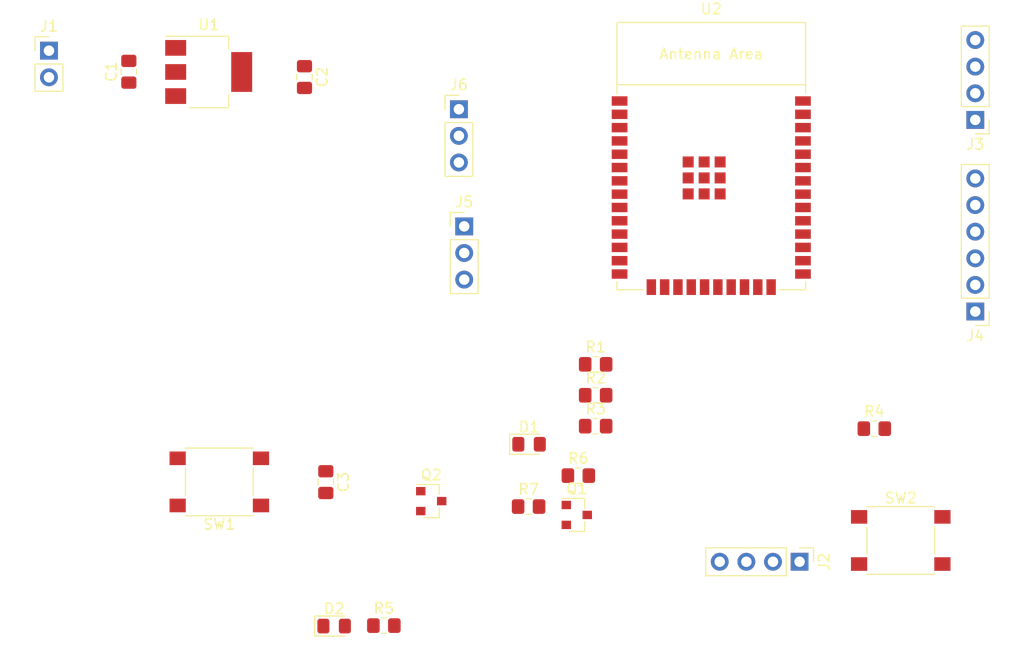
<source format=kicad_pcb>
(kicad_pcb (version 20171130) (host pcbnew 5.99.0+really5.1.12+dfsg1-1)

  (general
    (thickness 1.6)
    (drawings 0)
    (tracks 0)
    (zones 0)
    (modules 24)
    (nets 44)
  )

  (page A4)
  (layers
    (0 F.Cu signal)
    (31 B.Cu signal)
    (32 B.Adhes user)
    (33 F.Adhes user)
    (34 B.Paste user)
    (35 F.Paste user)
    (36 B.SilkS user)
    (37 F.SilkS user)
    (38 B.Mask user)
    (39 F.Mask user)
    (40 Dwgs.User user)
    (41 Cmts.User user)
    (42 Eco1.User user)
    (43 Eco2.User user)
    (44 Edge.Cuts user)
    (45 Margin user)
    (46 B.CrtYd user)
    (47 F.CrtYd user)
    (48 B.Fab user)
    (49 F.Fab user)
  )

  (setup
    (last_trace_width 0.25)
    (trace_clearance 0.2)
    (zone_clearance 0.508)
    (zone_45_only no)
    (trace_min 0.2)
    (via_size 0.8)
    (via_drill 0.4)
    (via_min_size 0.4)
    (via_min_drill 0.3)
    (uvia_size 0.3)
    (uvia_drill 0.1)
    (uvias_allowed no)
    (uvia_min_size 0.2)
    (uvia_min_drill 0.1)
    (edge_width 0.05)
    (segment_width 0.2)
    (pcb_text_width 0.3)
    (pcb_text_size 1.5 1.5)
    (mod_edge_width 0.12)
    (mod_text_size 1 1)
    (mod_text_width 0.15)
    (pad_size 1.524 1.524)
    (pad_drill 0.762)
    (pad_to_mask_clearance 0)
    (aux_axis_origin 0 0)
    (visible_elements FFFFFF7F)
    (pcbplotparams
      (layerselection 0x010fc_ffffffff)
      (usegerberextensions false)
      (usegerberattributes true)
      (usegerberadvancedattributes true)
      (creategerberjobfile true)
      (excludeedgelayer true)
      (linewidth 0.100000)
      (plotframeref false)
      (viasonmask false)
      (mode 1)
      (useauxorigin false)
      (hpglpennumber 1)
      (hpglpenspeed 20)
      (hpglpendiameter 15.000000)
      (psnegative false)
      (psa4output false)
      (plotreference true)
      (plotvalue true)
      (plotinvisibletext false)
      (padsonsilk false)
      (subtractmaskfromsilk false)
      (outputformat 1)
      (mirror false)
      (drillshape 1)
      (scaleselection 1)
      (outputdirectory ""))
  )

  (net 0 "")
  (net 1 /GND)
  (net 2 /Vbat)
  (net 3 /Vin)
  (net 4 /esp32/EN)
  (net 5 "Net-(C3-Pad2)")
  (net 6 "Net-(D1-Pad2)")
  (net 7 "Net-(D2-Pad2)")
  (net 8 /esp32/CLK_SENSOR)
  (net 9 /esp32/DATA_OUT_DTH22_SENSOR)
  (net 10 /esp32/TX)
  (net 11 /esp32/RX)
  (net 12 /esp32/CS)
  (net 13 /esp32/CLK)
  (net 14 /esp32/MOSI)
  (net 15 /esp32/MISO)
  (net 16 /esp32/GNRL_PURPOSE_2)
  (net 17 /esp32/GNRL_PURPOSE_1)
  (net 18 /esp32/READ_BATT_V)
  (net 19 "Net-(Q1-Pad3)")
  (net 20 "Net-(Q2-Pad3)")
  (net 21 /esp32/WIFI_CONNECTION)
  (net 22 /esp32/NO_WIFI_CONNECTION)
  (net 23 /esp32/BOOT)
  (net 24 /esp32/BATT_V)
  (net 25 "Net-(U2-Pad13)")
  (net 26 "Net-(U2-Pad9)")
  (net 27 "Net-(U2-Pad8)")
  (net 28 "Net-(U2-Pad5)")
  (net 29 "Net-(U2-Pad4)")
  (net 30 "Net-(U2-Pad16)")
  (net 31 "Net-(U2-Pad17)")
  (net 32 "Net-(U2-Pad18)")
  (net 33 "Net-(U2-Pad19)")
  (net 34 "Net-(U2-Pad20)")
  (net 35 "Net-(U2-Pad21)")
  (net 36 "Net-(U2-Pad22)")
  (net 37 "Net-(U2-Pad26)")
  (net 38 "Net-(U2-Pad28)")
  (net 39 "Net-(U2-Pad32)")
  (net 40 "Net-(U2-Pad33)")
  (net 41 "Net-(U2-Pad36)")
  (net 42 "Net-(U2-Pad39)")
  (net 43 "Net-(U2-Pad27)")

  (net_class Default "This is the default net class."
    (clearance 0.2)
    (trace_width 0.25)
    (via_dia 0.8)
    (via_drill 0.4)
    (uvia_dia 0.3)
    (uvia_drill 0.1)
    (add_net /GND)
    (add_net /Vbat)
    (add_net /Vin)
    (add_net /esp32/BATT_V)
    (add_net /esp32/BOOT)
    (add_net /esp32/CLK)
    (add_net /esp32/CLK_SENSOR)
    (add_net /esp32/CS)
    (add_net /esp32/DATA_OUT_DTH22_SENSOR)
    (add_net /esp32/EN)
    (add_net /esp32/GNRL_PURPOSE_1)
    (add_net /esp32/GNRL_PURPOSE_2)
    (add_net /esp32/MISO)
    (add_net /esp32/MOSI)
    (add_net /esp32/NO_WIFI_CONNECTION)
    (add_net /esp32/READ_BATT_V)
    (add_net /esp32/RX)
    (add_net /esp32/TX)
    (add_net /esp32/WIFI_CONNECTION)
    (add_net "Net-(C3-Pad2)")
    (add_net "Net-(D1-Pad2)")
    (add_net "Net-(D2-Pad2)")
    (add_net "Net-(Q1-Pad3)")
    (add_net "Net-(Q2-Pad3)")
    (add_net "Net-(U2-Pad13)")
    (add_net "Net-(U2-Pad16)")
    (add_net "Net-(U2-Pad17)")
    (add_net "Net-(U2-Pad18)")
    (add_net "Net-(U2-Pad19)")
    (add_net "Net-(U2-Pad20)")
    (add_net "Net-(U2-Pad21)")
    (add_net "Net-(U2-Pad22)")
    (add_net "Net-(U2-Pad26)")
    (add_net "Net-(U2-Pad27)")
    (add_net "Net-(U2-Pad28)")
    (add_net "Net-(U2-Pad32)")
    (add_net "Net-(U2-Pad33)")
    (add_net "Net-(U2-Pad36)")
    (add_net "Net-(U2-Pad39)")
    (add_net "Net-(U2-Pad4)")
    (add_net "Net-(U2-Pad5)")
    (add_net "Net-(U2-Pad8)")
    (add_net "Net-(U2-Pad9)")
  )

  (net_class info ""
    (clearance 0.3)
    (trace_width 0.6)
    (via_dia 0.7)
    (via_drill 0.5)
    (uvia_dia 0.3)
    (uvia_drill 0.1)
  )

  (net_class power ""
    (clearance 0.3)
    (trace_width 1)
    (via_dia 1.1)
    (via_drill 0.5)
    (uvia_dia 0.3)
    (uvia_drill 0.1)
  )

  (module Capacitor_SMD:C_0805_2012Metric_Pad1.18x1.45mm_HandSolder (layer F.Cu) (tedit 5F68FEEF) (tstamp 61EB143B)
    (at 64.516 110.2145 90)
    (descr "Capacitor SMD 0805 (2012 Metric), square (rectangular) end terminal, IPC_7351 nominal with elongated pad for handsoldering. (Body size source: IPC-SM-782 page 76, https://www.pcb-3d.com/wordpress/wp-content/uploads/ipc-sm-782a_amendment_1_and_2.pdf, https://docs.google.com/spreadsheets/d/1BsfQQcO9C6DZCsRaXUlFlo91Tg2WpOkGARC1WS5S8t0/edit?usp=sharing), generated with kicad-footprint-generator")
    (tags "capacitor handsolder")
    (path /61E8BCF6)
    (attr smd)
    (fp_text reference C1 (at 0 -1.68 90) (layer F.SilkS)
      (effects (font (size 1 1) (thickness 0.15)))
    )
    (fp_text value 1uF (at 0 1.68 90) (layer F.Fab)
      (effects (font (size 1 1) (thickness 0.15)))
    )
    (fp_line (start 1.88 0.98) (end -1.88 0.98) (layer F.CrtYd) (width 0.05))
    (fp_line (start 1.88 -0.98) (end 1.88 0.98) (layer F.CrtYd) (width 0.05))
    (fp_line (start -1.88 -0.98) (end 1.88 -0.98) (layer F.CrtYd) (width 0.05))
    (fp_line (start -1.88 0.98) (end -1.88 -0.98) (layer F.CrtYd) (width 0.05))
    (fp_line (start -0.261252 0.735) (end 0.261252 0.735) (layer F.SilkS) (width 0.12))
    (fp_line (start -0.261252 -0.735) (end 0.261252 -0.735) (layer F.SilkS) (width 0.12))
    (fp_line (start 1 0.625) (end -1 0.625) (layer F.Fab) (width 0.1))
    (fp_line (start 1 -0.625) (end 1 0.625) (layer F.Fab) (width 0.1))
    (fp_line (start -1 -0.625) (end 1 -0.625) (layer F.Fab) (width 0.1))
    (fp_line (start -1 0.625) (end -1 -0.625) (layer F.Fab) (width 0.1))
    (fp_text user %R (at 0 0 90) (layer F.Fab)
      (effects (font (size 0.5 0.5) (thickness 0.08)))
    )
    (pad 2 smd roundrect (at 1.0375 0 90) (size 1.175 1.45) (layers F.Cu F.Paste F.Mask) (roundrect_rratio 0.212766)
      (net 1 /GND))
    (pad 1 smd roundrect (at -1.0375 0 90) (size 1.175 1.45) (layers F.Cu F.Paste F.Mask) (roundrect_rratio 0.212766)
      (net 2 /Vbat))
    (model ${KISYS3DMOD}/Capacitor_SMD.3dshapes/C_0805_2012Metric.wrl
      (at (xyz 0 0 0))
      (scale (xyz 1 1 1))
      (rotate (xyz 0 0 0))
    )
  )

  (module Capacitor_SMD:C_0805_2012Metric_Pad1.18x1.45mm_HandSolder (layer F.Cu) (tedit 5F68FEEF) (tstamp 61EB144C)
    (at 81.28 110.7225 270)
    (descr "Capacitor SMD 0805 (2012 Metric), square (rectangular) end terminal, IPC_7351 nominal with elongated pad for handsoldering. (Body size source: IPC-SM-782 page 76, https://www.pcb-3d.com/wordpress/wp-content/uploads/ipc-sm-782a_amendment_1_and_2.pdf, https://docs.google.com/spreadsheets/d/1BsfQQcO9C6DZCsRaXUlFlo91Tg2WpOkGARC1WS5S8t0/edit?usp=sharing), generated with kicad-footprint-generator")
    (tags "capacitor handsolder")
    (path /61E8C7B9)
    (attr smd)
    (fp_text reference C2 (at 0 -1.68 90) (layer F.SilkS)
      (effects (font (size 1 1) (thickness 0.15)))
    )
    (fp_text value 4.7uF (at 0 1.68 90) (layer F.Fab)
      (effects (font (size 1 1) (thickness 0.15)))
    )
    (fp_line (start -1 0.625) (end -1 -0.625) (layer F.Fab) (width 0.1))
    (fp_line (start -1 -0.625) (end 1 -0.625) (layer F.Fab) (width 0.1))
    (fp_line (start 1 -0.625) (end 1 0.625) (layer F.Fab) (width 0.1))
    (fp_line (start 1 0.625) (end -1 0.625) (layer F.Fab) (width 0.1))
    (fp_line (start -0.261252 -0.735) (end 0.261252 -0.735) (layer F.SilkS) (width 0.12))
    (fp_line (start -0.261252 0.735) (end 0.261252 0.735) (layer F.SilkS) (width 0.12))
    (fp_line (start -1.88 0.98) (end -1.88 -0.98) (layer F.CrtYd) (width 0.05))
    (fp_line (start -1.88 -0.98) (end 1.88 -0.98) (layer F.CrtYd) (width 0.05))
    (fp_line (start 1.88 -0.98) (end 1.88 0.98) (layer F.CrtYd) (width 0.05))
    (fp_line (start 1.88 0.98) (end -1.88 0.98) (layer F.CrtYd) (width 0.05))
    (fp_text user %R (at 0 0 90) (layer F.Fab)
      (effects (font (size 0.5 0.5) (thickness 0.08)))
    )
    (pad 1 smd roundrect (at -1.0375 0 270) (size 1.175 1.45) (layers F.Cu F.Paste F.Mask) (roundrect_rratio 0.212766)
      (net 3 /Vin))
    (pad 2 smd roundrect (at 1.0375 0 270) (size 1.175 1.45) (layers F.Cu F.Paste F.Mask) (roundrect_rratio 0.212766)
      (net 1 /GND))
    (model ${KISYS3DMOD}/Capacitor_SMD.3dshapes/C_0805_2012Metric.wrl
      (at (xyz 0 0 0))
      (scale (xyz 1 1 1))
      (rotate (xyz 0 0 0))
    )
  )

  (module Capacitor_SMD:C_0805_2012Metric_Pad1.18x1.45mm_HandSolder (layer F.Cu) (tedit 5F68FEEF) (tstamp 61EA3718)
    (at 83.312 149.3735 270)
    (descr "Capacitor SMD 0805 (2012 Metric), square (rectangular) end terminal, IPC_7351 nominal with elongated pad for handsoldering. (Body size source: IPC-SM-782 page 76, https://www.pcb-3d.com/wordpress/wp-content/uploads/ipc-sm-782a_amendment_1_and_2.pdf, https://docs.google.com/spreadsheets/d/1BsfQQcO9C6DZCsRaXUlFlo91Tg2WpOkGARC1WS5S8t0/edit?usp=sharing), generated with kicad-footprint-generator")
    (tags "capacitor handsolder")
    (path /61E40B33/61E794DD)
    (attr smd)
    (fp_text reference C3 (at 0 -1.68 90) (layer F.SilkS)
      (effects (font (size 1 1) (thickness 0.15)))
    )
    (fp_text value 100nF (at 0 1.68 90) (layer F.Fab)
      (effects (font (size 1 1) (thickness 0.15)))
    )
    (fp_line (start -1 0.625) (end -1 -0.625) (layer F.Fab) (width 0.1))
    (fp_line (start -1 -0.625) (end 1 -0.625) (layer F.Fab) (width 0.1))
    (fp_line (start 1 -0.625) (end 1 0.625) (layer F.Fab) (width 0.1))
    (fp_line (start 1 0.625) (end -1 0.625) (layer F.Fab) (width 0.1))
    (fp_line (start -0.261252 -0.735) (end 0.261252 -0.735) (layer F.SilkS) (width 0.12))
    (fp_line (start -0.261252 0.735) (end 0.261252 0.735) (layer F.SilkS) (width 0.12))
    (fp_line (start -1.88 0.98) (end -1.88 -0.98) (layer F.CrtYd) (width 0.05))
    (fp_line (start -1.88 -0.98) (end 1.88 -0.98) (layer F.CrtYd) (width 0.05))
    (fp_line (start 1.88 -0.98) (end 1.88 0.98) (layer F.CrtYd) (width 0.05))
    (fp_line (start 1.88 0.98) (end -1.88 0.98) (layer F.CrtYd) (width 0.05))
    (fp_text user %R (at 0 0 90) (layer F.Fab)
      (effects (font (size 0.5 0.5) (thickness 0.08)))
    )
    (pad 1 smd roundrect (at -1.0375 0 270) (size 1.175 1.45) (layers F.Cu F.Paste F.Mask) (roundrect_rratio 0.212766)
      (net 4 /esp32/EN))
    (pad 2 smd roundrect (at 1.0375 0 270) (size 1.175 1.45) (layers F.Cu F.Paste F.Mask) (roundrect_rratio 0.212766)
      (net 5 "Net-(C3-Pad2)"))
    (model ${KISYS3DMOD}/Capacitor_SMD.3dshapes/C_0805_2012Metric.wrl
      (at (xyz 0 0 0))
      (scale (xyz 1 1 1))
      (rotate (xyz 0 0 0))
    )
  )

  (module LED_SMD:LED_0805_2012Metric_Pad1.15x1.40mm_HandSolder (layer F.Cu) (tedit 5F68FEF1) (tstamp 61EB1470)
    (at 102.708001 145.760001)
    (descr "LED SMD 0805 (2012 Metric), square (rectangular) end terminal, IPC_7351 nominal, (Body size source: https://docs.google.com/spreadsheets/d/1BsfQQcO9C6DZCsRaXUlFlo91Tg2WpOkGARC1WS5S8t0/edit?usp=sharing), generated with kicad-footprint-generator")
    (tags "LED handsolder")
    (path /61E40B33/61E794B5)
    (attr smd)
    (fp_text reference D1 (at 0 -1.65) (layer F.SilkS)
      (effects (font (size 1 1) (thickness 0.15)))
    )
    (fp_text value LED (at 0 1.65) (layer F.Fab)
      (effects (font (size 1 1) (thickness 0.15)))
    )
    (fp_line (start 1.85 0.95) (end -1.85 0.95) (layer F.CrtYd) (width 0.05))
    (fp_line (start 1.85 -0.95) (end 1.85 0.95) (layer F.CrtYd) (width 0.05))
    (fp_line (start -1.85 -0.95) (end 1.85 -0.95) (layer F.CrtYd) (width 0.05))
    (fp_line (start -1.85 0.95) (end -1.85 -0.95) (layer F.CrtYd) (width 0.05))
    (fp_line (start -1.86 0.96) (end 1 0.96) (layer F.SilkS) (width 0.12))
    (fp_line (start -1.86 -0.96) (end -1.86 0.96) (layer F.SilkS) (width 0.12))
    (fp_line (start 1 -0.96) (end -1.86 -0.96) (layer F.SilkS) (width 0.12))
    (fp_line (start 1 0.6) (end 1 -0.6) (layer F.Fab) (width 0.1))
    (fp_line (start -1 0.6) (end 1 0.6) (layer F.Fab) (width 0.1))
    (fp_line (start -1 -0.3) (end -1 0.6) (layer F.Fab) (width 0.1))
    (fp_line (start -0.7 -0.6) (end -1 -0.3) (layer F.Fab) (width 0.1))
    (fp_line (start 1 -0.6) (end -0.7 -0.6) (layer F.Fab) (width 0.1))
    (fp_text user %R (at 0 0) (layer F.Fab)
      (effects (font (size 0.5 0.5) (thickness 0.08)))
    )
    (pad 2 smd roundrect (at 1.025 0) (size 1.15 1.4) (layers F.Cu F.Paste F.Mask) (roundrect_rratio 0.217391)
      (net 6 "Net-(D1-Pad2)"))
    (pad 1 smd roundrect (at -1.025 0) (size 1.15 1.4) (layers F.Cu F.Paste F.Mask) (roundrect_rratio 0.217391)
      (net 1 /GND))
    (model ${KISYS3DMOD}/LED_SMD.3dshapes/LED_0805_2012Metric.wrl
      (at (xyz 0 0 0))
      (scale (xyz 1 1 1))
      (rotate (xyz 0 0 0))
    )
  )

  (module LED_SMD:LED_0805_2012Metric_Pad1.15x1.40mm_HandSolder (layer F.Cu) (tedit 5F68FEF1) (tstamp 61EB1483)
    (at 84.108001 163.110001)
    (descr "LED SMD 0805 (2012 Metric), square (rectangular) end terminal, IPC_7351 nominal, (Body size source: https://docs.google.com/spreadsheets/d/1BsfQQcO9C6DZCsRaXUlFlo91Tg2WpOkGARC1WS5S8t0/edit?usp=sharing), generated with kicad-footprint-generator")
    (tags "LED handsolder")
    (path /61E40B33/61E794AF)
    (attr smd)
    (fp_text reference D2 (at 0 -1.65) (layer F.SilkS)
      (effects (font (size 1 1) (thickness 0.15)))
    )
    (fp_text value LED (at 0 1.65) (layer F.Fab)
      (effects (font (size 1 1) (thickness 0.15)))
    )
    (fp_line (start 1 -0.6) (end -0.7 -0.6) (layer F.Fab) (width 0.1))
    (fp_line (start -0.7 -0.6) (end -1 -0.3) (layer F.Fab) (width 0.1))
    (fp_line (start -1 -0.3) (end -1 0.6) (layer F.Fab) (width 0.1))
    (fp_line (start -1 0.6) (end 1 0.6) (layer F.Fab) (width 0.1))
    (fp_line (start 1 0.6) (end 1 -0.6) (layer F.Fab) (width 0.1))
    (fp_line (start 1 -0.96) (end -1.86 -0.96) (layer F.SilkS) (width 0.12))
    (fp_line (start -1.86 -0.96) (end -1.86 0.96) (layer F.SilkS) (width 0.12))
    (fp_line (start -1.86 0.96) (end 1 0.96) (layer F.SilkS) (width 0.12))
    (fp_line (start -1.85 0.95) (end -1.85 -0.95) (layer F.CrtYd) (width 0.05))
    (fp_line (start -1.85 -0.95) (end 1.85 -0.95) (layer F.CrtYd) (width 0.05))
    (fp_line (start 1.85 -0.95) (end 1.85 0.95) (layer F.CrtYd) (width 0.05))
    (fp_line (start 1.85 0.95) (end -1.85 0.95) (layer F.CrtYd) (width 0.05))
    (fp_text user %R (at 0 0) (layer F.Fab)
      (effects (font (size 0.5 0.5) (thickness 0.08)))
    )
    (pad 1 smd roundrect (at -1.025 0) (size 1.15 1.4) (layers F.Cu F.Paste F.Mask) (roundrect_rratio 0.217391)
      (net 1 /GND))
    (pad 2 smd roundrect (at 1.025 0) (size 1.15 1.4) (layers F.Cu F.Paste F.Mask) (roundrect_rratio 0.217391)
      (net 7 "Net-(D2-Pad2)"))
    (model ${KISYS3DMOD}/LED_SMD.3dshapes/LED_0805_2012Metric.wrl
      (at (xyz 0 0 0))
      (scale (xyz 1 1 1))
      (rotate (xyz 0 0 0))
    )
  )

  (module Connector_PinHeader_2.54mm:PinHeader_1x02_P2.54mm_Vertical (layer F.Cu) (tedit 59FED5CC) (tstamp 61EB1499)
    (at 56.896 108.204)
    (descr "Through hole straight pin header, 1x02, 2.54mm pitch, single row")
    (tags "Through hole pin header THT 1x02 2.54mm single row")
    (path /61E97A8A)
    (fp_text reference J1 (at 0 -2.33) (layer F.SilkS)
      (effects (font (size 1 1) (thickness 0.15)))
    )
    (fp_text value Conn_01x02 (at 0 4.87) (layer F.Fab)
      (effects (font (size 1 1) (thickness 0.15)))
    )
    (fp_line (start -0.635 -1.27) (end 1.27 -1.27) (layer F.Fab) (width 0.1))
    (fp_line (start 1.27 -1.27) (end 1.27 3.81) (layer F.Fab) (width 0.1))
    (fp_line (start 1.27 3.81) (end -1.27 3.81) (layer F.Fab) (width 0.1))
    (fp_line (start -1.27 3.81) (end -1.27 -0.635) (layer F.Fab) (width 0.1))
    (fp_line (start -1.27 -0.635) (end -0.635 -1.27) (layer F.Fab) (width 0.1))
    (fp_line (start -1.33 3.87) (end 1.33 3.87) (layer F.SilkS) (width 0.12))
    (fp_line (start -1.33 1.27) (end -1.33 3.87) (layer F.SilkS) (width 0.12))
    (fp_line (start 1.33 1.27) (end 1.33 3.87) (layer F.SilkS) (width 0.12))
    (fp_line (start -1.33 1.27) (end 1.33 1.27) (layer F.SilkS) (width 0.12))
    (fp_line (start -1.33 0) (end -1.33 -1.33) (layer F.SilkS) (width 0.12))
    (fp_line (start -1.33 -1.33) (end 0 -1.33) (layer F.SilkS) (width 0.12))
    (fp_line (start -1.8 -1.8) (end -1.8 4.35) (layer F.CrtYd) (width 0.05))
    (fp_line (start -1.8 4.35) (end 1.8 4.35) (layer F.CrtYd) (width 0.05))
    (fp_line (start 1.8 4.35) (end 1.8 -1.8) (layer F.CrtYd) (width 0.05))
    (fp_line (start 1.8 -1.8) (end -1.8 -1.8) (layer F.CrtYd) (width 0.05))
    (fp_text user %R (at 0 1.27 90) (layer F.Fab)
      (effects (font (size 1 1) (thickness 0.15)))
    )
    (pad 1 thru_hole rect (at 0 0) (size 1.7 1.7) (drill 1) (layers *.Cu *.Mask)
      (net 1 /GND))
    (pad 2 thru_hole oval (at 0 2.54) (size 1.7 1.7) (drill 1) (layers *.Cu *.Mask)
      (net 2 /Vbat))
    (model ${KISYS3DMOD}/Connector_PinHeader_2.54mm.3dshapes/PinHeader_1x02_P2.54mm_Vertical.wrl
      (at (xyz 0 0 0))
      (scale (xyz 1 1 1))
      (rotate (xyz 0 0 0))
    )
  )

  (module Connector_PinHeader_2.54mm:PinHeader_1x04_P2.54mm_Vertical (layer F.Cu) (tedit 59FED5CC) (tstamp 61EB14B1)
    (at 128.524 156.972 270)
    (descr "Through hole straight pin header, 1x04, 2.54mm pitch, single row")
    (tags "Through hole pin header THT 1x04 2.54mm single row")
    (path /61E40B33/61E7E1EF)
    (fp_text reference J2 (at 0 -2.33 90) (layer F.SilkS)
      (effects (font (size 1 1) (thickness 0.15)))
    )
    (fp_text value Conn_01x03 (at 0 9.95 90) (layer F.Fab)
      (effects (font (size 1 1) (thickness 0.15)))
    )
    (fp_line (start 1.8 -1.8) (end -1.8 -1.8) (layer F.CrtYd) (width 0.05))
    (fp_line (start 1.8 9.4) (end 1.8 -1.8) (layer F.CrtYd) (width 0.05))
    (fp_line (start -1.8 9.4) (end 1.8 9.4) (layer F.CrtYd) (width 0.05))
    (fp_line (start -1.8 -1.8) (end -1.8 9.4) (layer F.CrtYd) (width 0.05))
    (fp_line (start -1.33 -1.33) (end 0 -1.33) (layer F.SilkS) (width 0.12))
    (fp_line (start -1.33 0) (end -1.33 -1.33) (layer F.SilkS) (width 0.12))
    (fp_line (start -1.33 1.27) (end 1.33 1.27) (layer F.SilkS) (width 0.12))
    (fp_line (start 1.33 1.27) (end 1.33 8.95) (layer F.SilkS) (width 0.12))
    (fp_line (start -1.33 1.27) (end -1.33 8.95) (layer F.SilkS) (width 0.12))
    (fp_line (start -1.33 8.95) (end 1.33 8.95) (layer F.SilkS) (width 0.12))
    (fp_line (start -1.27 -0.635) (end -0.635 -1.27) (layer F.Fab) (width 0.1))
    (fp_line (start -1.27 8.89) (end -1.27 -0.635) (layer F.Fab) (width 0.1))
    (fp_line (start 1.27 8.89) (end -1.27 8.89) (layer F.Fab) (width 0.1))
    (fp_line (start 1.27 -1.27) (end 1.27 8.89) (layer F.Fab) (width 0.1))
    (fp_line (start -0.635 -1.27) (end 1.27 -1.27) (layer F.Fab) (width 0.1))
    (fp_text user %R (at 0 3.81) (layer F.Fab)
      (effects (font (size 1 1) (thickness 0.15)))
    )
    (pad 4 thru_hole oval (at 0 7.62 270) (size 1.7 1.7) (drill 1) (layers *.Cu *.Mask)
      (net 1 /GND))
    (pad 3 thru_hole oval (at 0 5.08 270) (size 1.7 1.7) (drill 1) (layers *.Cu *.Mask)
      (net 8 /esp32/CLK_SENSOR))
    (pad 2 thru_hole oval (at 0 2.54 270) (size 1.7 1.7) (drill 1) (layers *.Cu *.Mask)
      (net 9 /esp32/DATA_OUT_DTH22_SENSOR))
    (pad 1 thru_hole rect (at 0 0 270) (size 1.7 1.7) (drill 1) (layers *.Cu *.Mask)
      (net 3 /Vin))
    (model ${KISYS3DMOD}/Connector_PinHeader_2.54mm.3dshapes/PinHeader_1x04_P2.54mm_Vertical.wrl
      (at (xyz 0 0 0))
      (scale (xyz 1 1 1))
      (rotate (xyz 0 0 0))
    )
  )

  (module Connector_PinHeader_2.54mm:PinHeader_1x04_P2.54mm_Vertical (layer F.Cu) (tedit 59FED5CC) (tstamp 61EB14C9)
    (at 145.288 114.808 180)
    (descr "Through hole straight pin header, 1x04, 2.54mm pitch, single row")
    (tags "Through hole pin header THT 1x04 2.54mm single row")
    (path /61E40B33/61E7E219)
    (fp_text reference J3 (at 0 -2.33) (layer F.SilkS)
      (effects (font (size 1 1) (thickness 0.15)))
    )
    (fp_text value Conn_01x04 (at 0 9.95) (layer F.Fab)
      (effects (font (size 1 1) (thickness 0.15)))
    )
    (fp_line (start -0.635 -1.27) (end 1.27 -1.27) (layer F.Fab) (width 0.1))
    (fp_line (start 1.27 -1.27) (end 1.27 8.89) (layer F.Fab) (width 0.1))
    (fp_line (start 1.27 8.89) (end -1.27 8.89) (layer F.Fab) (width 0.1))
    (fp_line (start -1.27 8.89) (end -1.27 -0.635) (layer F.Fab) (width 0.1))
    (fp_line (start -1.27 -0.635) (end -0.635 -1.27) (layer F.Fab) (width 0.1))
    (fp_line (start -1.33 8.95) (end 1.33 8.95) (layer F.SilkS) (width 0.12))
    (fp_line (start -1.33 1.27) (end -1.33 8.95) (layer F.SilkS) (width 0.12))
    (fp_line (start 1.33 1.27) (end 1.33 8.95) (layer F.SilkS) (width 0.12))
    (fp_line (start -1.33 1.27) (end 1.33 1.27) (layer F.SilkS) (width 0.12))
    (fp_line (start -1.33 0) (end -1.33 -1.33) (layer F.SilkS) (width 0.12))
    (fp_line (start -1.33 -1.33) (end 0 -1.33) (layer F.SilkS) (width 0.12))
    (fp_line (start -1.8 -1.8) (end -1.8 9.4) (layer F.CrtYd) (width 0.05))
    (fp_line (start -1.8 9.4) (end 1.8 9.4) (layer F.CrtYd) (width 0.05))
    (fp_line (start 1.8 9.4) (end 1.8 -1.8) (layer F.CrtYd) (width 0.05))
    (fp_line (start 1.8 -1.8) (end -1.8 -1.8) (layer F.CrtYd) (width 0.05))
    (fp_text user %R (at 0 3.81 90) (layer F.Fab)
      (effects (font (size 1 1) (thickness 0.15)))
    )
    (pad 1 thru_hole rect (at 0 0 180) (size 1.7 1.7) (drill 1) (layers *.Cu *.Mask)
      (net 3 /Vin))
    (pad 2 thru_hole oval (at 0 2.54 180) (size 1.7 1.7) (drill 1) (layers *.Cu *.Mask)
      (net 10 /esp32/TX))
    (pad 3 thru_hole oval (at 0 5.08 180) (size 1.7 1.7) (drill 1) (layers *.Cu *.Mask)
      (net 11 /esp32/RX))
    (pad 4 thru_hole oval (at 0 7.62 180) (size 1.7 1.7) (drill 1) (layers *.Cu *.Mask)
      (net 1 /GND))
    (model ${KISYS3DMOD}/Connector_PinHeader_2.54mm.3dshapes/PinHeader_1x04_P2.54mm_Vertical.wrl
      (at (xyz 0 0 0))
      (scale (xyz 1 1 1))
      (rotate (xyz 0 0 0))
    )
  )

  (module Connector_PinHeader_2.54mm:PinHeader_1x06_P2.54mm_Vertical (layer F.Cu) (tedit 59FED5CC) (tstamp 61EA35EE)
    (at 145.288 133.096 180)
    (descr "Through hole straight pin header, 1x06, 2.54mm pitch, single row")
    (tags "Through hole pin header THT 1x06 2.54mm single row")
    (path /61E40B33/61E7E206)
    (fp_text reference J4 (at 0 -2.33) (layer F.SilkS)
      (effects (font (size 1 1) (thickness 0.15)))
    )
    (fp_text value Conn_01x06 (at 0 15.03) (layer F.Fab)
      (effects (font (size 1 1) (thickness 0.15)))
    )
    (fp_line (start -0.635 -1.27) (end 1.27 -1.27) (layer F.Fab) (width 0.1))
    (fp_line (start 1.27 -1.27) (end 1.27 13.97) (layer F.Fab) (width 0.1))
    (fp_line (start 1.27 13.97) (end -1.27 13.97) (layer F.Fab) (width 0.1))
    (fp_line (start -1.27 13.97) (end -1.27 -0.635) (layer F.Fab) (width 0.1))
    (fp_line (start -1.27 -0.635) (end -0.635 -1.27) (layer F.Fab) (width 0.1))
    (fp_line (start -1.33 14.03) (end 1.33 14.03) (layer F.SilkS) (width 0.12))
    (fp_line (start -1.33 1.27) (end -1.33 14.03) (layer F.SilkS) (width 0.12))
    (fp_line (start 1.33 1.27) (end 1.33 14.03) (layer F.SilkS) (width 0.12))
    (fp_line (start -1.33 1.27) (end 1.33 1.27) (layer F.SilkS) (width 0.12))
    (fp_line (start -1.33 0) (end -1.33 -1.33) (layer F.SilkS) (width 0.12))
    (fp_line (start -1.33 -1.33) (end 0 -1.33) (layer F.SilkS) (width 0.12))
    (fp_line (start -1.8 -1.8) (end -1.8 14.5) (layer F.CrtYd) (width 0.05))
    (fp_line (start -1.8 14.5) (end 1.8 14.5) (layer F.CrtYd) (width 0.05))
    (fp_line (start 1.8 14.5) (end 1.8 -1.8) (layer F.CrtYd) (width 0.05))
    (fp_line (start 1.8 -1.8) (end -1.8 -1.8) (layer F.CrtYd) (width 0.05))
    (fp_text user %R (at 0 6.35 90) (layer F.Fab)
      (effects (font (size 1 1) (thickness 0.15)))
    )
    (pad 1 thru_hole rect (at 0 0 180) (size 1.7 1.7) (drill 1) (layers *.Cu *.Mask)
      (net 12 /esp32/CS))
    (pad 2 thru_hole oval (at 0 2.54 180) (size 1.7 1.7) (drill 1) (layers *.Cu *.Mask)
      (net 13 /esp32/CLK))
    (pad 3 thru_hole oval (at 0 5.08 180) (size 1.7 1.7) (drill 1) (layers *.Cu *.Mask)
      (net 14 /esp32/MOSI))
    (pad 4 thru_hole oval (at 0 7.62 180) (size 1.7 1.7) (drill 1) (layers *.Cu *.Mask)
      (net 15 /esp32/MISO))
    (pad 5 thru_hole oval (at 0 10.16 180) (size 1.7 1.7) (drill 1) (layers *.Cu *.Mask)
      (net 3 /Vin))
    (pad 6 thru_hole oval (at 0 12.7 180) (size 1.7 1.7) (drill 1) (layers *.Cu *.Mask)
      (net 1 /GND))
    (model ${KISYS3DMOD}/Connector_PinHeader_2.54mm.3dshapes/PinHeader_1x06_P2.54mm_Vertical.wrl
      (at (xyz 0 0 0))
      (scale (xyz 1 1 1))
      (rotate (xyz 0 0 0))
    )
  )

  (module Connector_PinHeader_2.54mm:PinHeader_1x03_P2.54mm_Vertical (layer F.Cu) (tedit 59FED5CC) (tstamp 61EB14FA)
    (at 96.52 124.968)
    (descr "Through hole straight pin header, 1x03, 2.54mm pitch, single row")
    (tags "Through hole pin header THT 1x03 2.54mm single row")
    (path /61E40B33/61F01DCC)
    (fp_text reference J5 (at 0 -2.33) (layer F.SilkS)
      (effects (font (size 1 1) (thickness 0.15)))
    )
    (fp_text value Conn_01x03 (at 0 7.41) (layer F.Fab)
      (effects (font (size 1 1) (thickness 0.15)))
    )
    (fp_line (start 1.8 -1.8) (end -1.8 -1.8) (layer F.CrtYd) (width 0.05))
    (fp_line (start 1.8 6.85) (end 1.8 -1.8) (layer F.CrtYd) (width 0.05))
    (fp_line (start -1.8 6.85) (end 1.8 6.85) (layer F.CrtYd) (width 0.05))
    (fp_line (start -1.8 -1.8) (end -1.8 6.85) (layer F.CrtYd) (width 0.05))
    (fp_line (start -1.33 -1.33) (end 0 -1.33) (layer F.SilkS) (width 0.12))
    (fp_line (start -1.33 0) (end -1.33 -1.33) (layer F.SilkS) (width 0.12))
    (fp_line (start -1.33 1.27) (end 1.33 1.27) (layer F.SilkS) (width 0.12))
    (fp_line (start 1.33 1.27) (end 1.33 6.41) (layer F.SilkS) (width 0.12))
    (fp_line (start -1.33 1.27) (end -1.33 6.41) (layer F.SilkS) (width 0.12))
    (fp_line (start -1.33 6.41) (end 1.33 6.41) (layer F.SilkS) (width 0.12))
    (fp_line (start -1.27 -0.635) (end -0.635 -1.27) (layer F.Fab) (width 0.1))
    (fp_line (start -1.27 6.35) (end -1.27 -0.635) (layer F.Fab) (width 0.1))
    (fp_line (start 1.27 6.35) (end -1.27 6.35) (layer F.Fab) (width 0.1))
    (fp_line (start 1.27 -1.27) (end 1.27 6.35) (layer F.Fab) (width 0.1))
    (fp_line (start -0.635 -1.27) (end 1.27 -1.27) (layer F.Fab) (width 0.1))
    (fp_text user %R (at 0 2.54 90) (layer F.Fab)
      (effects (font (size 1 1) (thickness 0.15)))
    )
    (pad 3 thru_hole oval (at 0 5.08) (size 1.7 1.7) (drill 1) (layers *.Cu *.Mask)
      (net 1 /GND))
    (pad 2 thru_hole oval (at 0 2.54) (size 1.7 1.7) (drill 1) (layers *.Cu *.Mask)
      (net 16 /esp32/GNRL_PURPOSE_2))
    (pad 1 thru_hole rect (at 0 0) (size 1.7 1.7) (drill 1) (layers *.Cu *.Mask)
      (net 3 /Vin))
    (model ${KISYS3DMOD}/Connector_PinHeader_2.54mm.3dshapes/PinHeader_1x03_P2.54mm_Vertical.wrl
      (at (xyz 0 0 0))
      (scale (xyz 1 1 1))
      (rotate (xyz 0 0 0))
    )
  )

  (module Connector_PinHeader_2.54mm:PinHeader_1x03_P2.54mm_Vertical (layer F.Cu) (tedit 59FED5CC) (tstamp 61EB1511)
    (at 96.012 113.792)
    (descr "Through hole straight pin header, 1x03, 2.54mm pitch, single row")
    (tags "Through hole pin header THT 1x03 2.54mm single row")
    (path /61E40B33/61EFF9BF)
    (fp_text reference J6 (at 0 -2.33) (layer F.SilkS)
      (effects (font (size 1 1) (thickness 0.15)))
    )
    (fp_text value Conn_01x03 (at 0 7.41) (layer F.Fab)
      (effects (font (size 1 1) (thickness 0.15)))
    )
    (fp_line (start -0.635 -1.27) (end 1.27 -1.27) (layer F.Fab) (width 0.1))
    (fp_line (start 1.27 -1.27) (end 1.27 6.35) (layer F.Fab) (width 0.1))
    (fp_line (start 1.27 6.35) (end -1.27 6.35) (layer F.Fab) (width 0.1))
    (fp_line (start -1.27 6.35) (end -1.27 -0.635) (layer F.Fab) (width 0.1))
    (fp_line (start -1.27 -0.635) (end -0.635 -1.27) (layer F.Fab) (width 0.1))
    (fp_line (start -1.33 6.41) (end 1.33 6.41) (layer F.SilkS) (width 0.12))
    (fp_line (start -1.33 1.27) (end -1.33 6.41) (layer F.SilkS) (width 0.12))
    (fp_line (start 1.33 1.27) (end 1.33 6.41) (layer F.SilkS) (width 0.12))
    (fp_line (start -1.33 1.27) (end 1.33 1.27) (layer F.SilkS) (width 0.12))
    (fp_line (start -1.33 0) (end -1.33 -1.33) (layer F.SilkS) (width 0.12))
    (fp_line (start -1.33 -1.33) (end 0 -1.33) (layer F.SilkS) (width 0.12))
    (fp_line (start -1.8 -1.8) (end -1.8 6.85) (layer F.CrtYd) (width 0.05))
    (fp_line (start -1.8 6.85) (end 1.8 6.85) (layer F.CrtYd) (width 0.05))
    (fp_line (start 1.8 6.85) (end 1.8 -1.8) (layer F.CrtYd) (width 0.05))
    (fp_line (start 1.8 -1.8) (end -1.8 -1.8) (layer F.CrtYd) (width 0.05))
    (fp_text user %R (at 0 2.54 90) (layer F.Fab)
      (effects (font (size 1 1) (thickness 0.15)))
    )
    (pad 1 thru_hole rect (at 0 0) (size 1.7 1.7) (drill 1) (layers *.Cu *.Mask)
      (net 3 /Vin))
    (pad 2 thru_hole oval (at 0 2.54) (size 1.7 1.7) (drill 1) (layers *.Cu *.Mask)
      (net 17 /esp32/GNRL_PURPOSE_1))
    (pad 3 thru_hole oval (at 0 5.08) (size 1.7 1.7) (drill 1) (layers *.Cu *.Mask)
      (net 1 /GND))
    (model ${KISYS3DMOD}/Connector_PinHeader_2.54mm.3dshapes/PinHeader_1x03_P2.54mm_Vertical.wrl
      (at (xyz 0 0 0))
      (scale (xyz 1 1 1))
      (rotate (xyz 0 0 0))
    )
  )

  (module Package_TO_SOT_SMD:SOT-23 (layer F.Cu) (tedit 5A02FF57) (tstamp 61EB1526)
    (at 107.263001 152.505001)
    (descr "SOT-23, Standard")
    (tags SOT-23)
    (path /61E40B33/61EA4A0C)
    (attr smd)
    (fp_text reference Q1 (at 0 -2.5) (layer F.SilkS)
      (effects (font (size 1 1) (thickness 0.15)))
    )
    (fp_text value BSS138 (at 0 2.5) (layer F.Fab)
      (effects (font (size 1 1) (thickness 0.15)))
    )
    (fp_line (start -0.7 -0.95) (end -0.7 1.5) (layer F.Fab) (width 0.1))
    (fp_line (start -0.15 -1.52) (end 0.7 -1.52) (layer F.Fab) (width 0.1))
    (fp_line (start -0.7 -0.95) (end -0.15 -1.52) (layer F.Fab) (width 0.1))
    (fp_line (start 0.7 -1.52) (end 0.7 1.52) (layer F.Fab) (width 0.1))
    (fp_line (start -0.7 1.52) (end 0.7 1.52) (layer F.Fab) (width 0.1))
    (fp_line (start 0.76 1.58) (end 0.76 0.65) (layer F.SilkS) (width 0.12))
    (fp_line (start 0.76 -1.58) (end 0.76 -0.65) (layer F.SilkS) (width 0.12))
    (fp_line (start -1.7 -1.75) (end 1.7 -1.75) (layer F.CrtYd) (width 0.05))
    (fp_line (start 1.7 -1.75) (end 1.7 1.75) (layer F.CrtYd) (width 0.05))
    (fp_line (start 1.7 1.75) (end -1.7 1.75) (layer F.CrtYd) (width 0.05))
    (fp_line (start -1.7 1.75) (end -1.7 -1.75) (layer F.CrtYd) (width 0.05))
    (fp_line (start 0.76 -1.58) (end -1.4 -1.58) (layer F.SilkS) (width 0.12))
    (fp_line (start 0.76 1.58) (end -0.7 1.58) (layer F.SilkS) (width 0.12))
    (fp_text user %R (at 0 0 90) (layer F.Fab)
      (effects (font (size 0.5 0.5) (thickness 0.075)))
    )
    (pad 1 smd rect (at -1 -0.95) (size 0.9 0.8) (layers F.Cu F.Paste F.Mask)
      (net 18 /esp32/READ_BATT_V))
    (pad 2 smd rect (at -1 0.95) (size 0.9 0.8) (layers F.Cu F.Paste F.Mask)
      (net 1 /GND))
    (pad 3 smd rect (at 1 0) (size 0.9 0.8) (layers F.Cu F.Paste F.Mask)
      (net 19 "Net-(Q1-Pad3)"))
    (model ${KISYS3DMOD}/Package_TO_SOT_SMD.3dshapes/SOT-23.wrl
      (at (xyz 0 0 0))
      (scale (xyz 1 1 1))
      (rotate (xyz 0 0 0))
    )
  )

  (module Package_TO_SOT_SMD:SOT-23 (layer F.Cu) (tedit 5A02FF57) (tstamp 61EB153B)
    (at 93.373001 151.185001)
    (descr "SOT-23, Standard")
    (tags SOT-23)
    (path /61E40B33/61EAA0D0)
    (attr smd)
    (fp_text reference Q2 (at 0 -2.5) (layer F.SilkS)
      (effects (font (size 1 1) (thickness 0.15)))
    )
    (fp_text value BSS84 (at 0 2.5) (layer F.Fab)
      (effects (font (size 1 1) (thickness 0.15)))
    )
    (fp_line (start 0.76 1.58) (end -0.7 1.58) (layer F.SilkS) (width 0.12))
    (fp_line (start 0.76 -1.58) (end -1.4 -1.58) (layer F.SilkS) (width 0.12))
    (fp_line (start -1.7 1.75) (end -1.7 -1.75) (layer F.CrtYd) (width 0.05))
    (fp_line (start 1.7 1.75) (end -1.7 1.75) (layer F.CrtYd) (width 0.05))
    (fp_line (start 1.7 -1.75) (end 1.7 1.75) (layer F.CrtYd) (width 0.05))
    (fp_line (start -1.7 -1.75) (end 1.7 -1.75) (layer F.CrtYd) (width 0.05))
    (fp_line (start 0.76 -1.58) (end 0.76 -0.65) (layer F.SilkS) (width 0.12))
    (fp_line (start 0.76 1.58) (end 0.76 0.65) (layer F.SilkS) (width 0.12))
    (fp_line (start -0.7 1.52) (end 0.7 1.52) (layer F.Fab) (width 0.1))
    (fp_line (start 0.7 -1.52) (end 0.7 1.52) (layer F.Fab) (width 0.1))
    (fp_line (start -0.7 -0.95) (end -0.15 -1.52) (layer F.Fab) (width 0.1))
    (fp_line (start -0.15 -1.52) (end 0.7 -1.52) (layer F.Fab) (width 0.1))
    (fp_line (start -0.7 -0.95) (end -0.7 1.5) (layer F.Fab) (width 0.1))
    (fp_text user %R (at 0 0 90) (layer F.Fab)
      (effects (font (size 0.5 0.5) (thickness 0.075)))
    )
    (pad 3 smd rect (at 1 0) (size 0.9 0.8) (layers F.Cu F.Paste F.Mask)
      (net 20 "Net-(Q2-Pad3)"))
    (pad 2 smd rect (at -1 0.95) (size 0.9 0.8) (layers F.Cu F.Paste F.Mask)
      (net 3 /Vin))
    (pad 1 smd rect (at -1 -0.95) (size 0.9 0.8) (layers F.Cu F.Paste F.Mask)
      (net 19 "Net-(Q1-Pad3)"))
    (model ${KISYS3DMOD}/Package_TO_SOT_SMD.3dshapes/SOT-23.wrl
      (at (xyz 0 0 0))
      (scale (xyz 1 1 1))
      (rotate (xyz 0 0 0))
    )
  )

  (module Resistor_SMD:R_0805_2012Metric_Pad1.20x1.40mm_HandSolder (layer F.Cu) (tedit 5F68FEEE) (tstamp 61EB154C)
    (at 109.063001 138.135001)
    (descr "Resistor SMD 0805 (2012 Metric), square (rectangular) end terminal, IPC_7351 nominal with elongated pad for handsoldering. (Body size source: IPC-SM-782 page 72, https://www.pcb-3d.com/wordpress/wp-content/uploads/ipc-sm-782a_amendment_1_and_2.pdf), generated with kicad-footprint-generator")
    (tags "resistor handsolder")
    (path /61E40B33/61E794A9)
    (attr smd)
    (fp_text reference R1 (at 0 -1.65) (layer F.SilkS)
      (effects (font (size 1 1) (thickness 0.15)))
    )
    (fp_text value 1k (at 0 1.65) (layer F.Fab)
      (effects (font (size 1 1) (thickness 0.15)))
    )
    (fp_line (start 1.85 0.95) (end -1.85 0.95) (layer F.CrtYd) (width 0.05))
    (fp_line (start 1.85 -0.95) (end 1.85 0.95) (layer F.CrtYd) (width 0.05))
    (fp_line (start -1.85 -0.95) (end 1.85 -0.95) (layer F.CrtYd) (width 0.05))
    (fp_line (start -1.85 0.95) (end -1.85 -0.95) (layer F.CrtYd) (width 0.05))
    (fp_line (start -0.227064 0.735) (end 0.227064 0.735) (layer F.SilkS) (width 0.12))
    (fp_line (start -0.227064 -0.735) (end 0.227064 -0.735) (layer F.SilkS) (width 0.12))
    (fp_line (start 1 0.625) (end -1 0.625) (layer F.Fab) (width 0.1))
    (fp_line (start 1 -0.625) (end 1 0.625) (layer F.Fab) (width 0.1))
    (fp_line (start -1 -0.625) (end 1 -0.625) (layer F.Fab) (width 0.1))
    (fp_line (start -1 0.625) (end -1 -0.625) (layer F.Fab) (width 0.1))
    (fp_text user %R (at 0 0) (layer F.Fab)
      (effects (font (size 0.5 0.5) (thickness 0.08)))
    )
    (pad 2 smd roundrect (at 1 0) (size 1.2 1.4) (layers F.Cu F.Paste F.Mask) (roundrect_rratio 0.208333)
      (net 6 "Net-(D1-Pad2)"))
    (pad 1 smd roundrect (at -1 0) (size 1.2 1.4) (layers F.Cu F.Paste F.Mask) (roundrect_rratio 0.208333)
      (net 21 /esp32/WIFI_CONNECTION))
    (model ${KISYS3DMOD}/Resistor_SMD.3dshapes/R_0805_2012Metric.wrl
      (at (xyz 0 0 0))
      (scale (xyz 1 1 1))
      (rotate (xyz 0 0 0))
    )
  )

  (module Resistor_SMD:R_0805_2012Metric_Pad1.20x1.40mm_HandSolder (layer F.Cu) (tedit 5F68FEEE) (tstamp 61EB155D)
    (at 109.063001 141.085001)
    (descr "Resistor SMD 0805 (2012 Metric), square (rectangular) end terminal, IPC_7351 nominal with elongated pad for handsoldering. (Body size source: IPC-SM-782 page 72, https://www.pcb-3d.com/wordpress/wp-content/uploads/ipc-sm-782a_amendment_1_and_2.pdf), generated with kicad-footprint-generator")
    (tags "resistor handsolder")
    (path /61E40B33/61E794F6)
    (attr smd)
    (fp_text reference R2 (at 0 -1.65) (layer F.SilkS)
      (effects (font (size 1 1) (thickness 0.15)))
    )
    (fp_text value 10k (at 0 1.65) (layer F.Fab)
      (effects (font (size 1 1) (thickness 0.15)))
    )
    (fp_line (start -1 0.625) (end -1 -0.625) (layer F.Fab) (width 0.1))
    (fp_line (start -1 -0.625) (end 1 -0.625) (layer F.Fab) (width 0.1))
    (fp_line (start 1 -0.625) (end 1 0.625) (layer F.Fab) (width 0.1))
    (fp_line (start 1 0.625) (end -1 0.625) (layer F.Fab) (width 0.1))
    (fp_line (start -0.227064 -0.735) (end 0.227064 -0.735) (layer F.SilkS) (width 0.12))
    (fp_line (start -0.227064 0.735) (end 0.227064 0.735) (layer F.SilkS) (width 0.12))
    (fp_line (start -1.85 0.95) (end -1.85 -0.95) (layer F.CrtYd) (width 0.05))
    (fp_line (start -1.85 -0.95) (end 1.85 -0.95) (layer F.CrtYd) (width 0.05))
    (fp_line (start 1.85 -0.95) (end 1.85 0.95) (layer F.CrtYd) (width 0.05))
    (fp_line (start 1.85 0.95) (end -1.85 0.95) (layer F.CrtYd) (width 0.05))
    (fp_text user %R (at 0 0) (layer F.Fab)
      (effects (font (size 0.5 0.5) (thickness 0.08)))
    )
    (pad 1 smd roundrect (at -1 0) (size 1.2 1.4) (layers F.Cu F.Paste F.Mask) (roundrect_rratio 0.208333)
      (net 3 /Vin))
    (pad 2 smd roundrect (at 1 0) (size 1.2 1.4) (layers F.Cu F.Paste F.Mask) (roundrect_rratio 0.208333)
      (net 5 "Net-(C3-Pad2)"))
    (model ${KISYS3DMOD}/Resistor_SMD.3dshapes/R_0805_2012Metric.wrl
      (at (xyz 0 0 0))
      (scale (xyz 1 1 1))
      (rotate (xyz 0 0 0))
    )
  )

  (module Resistor_SMD:R_0805_2012Metric_Pad1.20x1.40mm_HandSolder (layer F.Cu) (tedit 5F68FEEE) (tstamp 61EB156E)
    (at 109.063001 144.035001)
    (descr "Resistor SMD 0805 (2012 Metric), square (rectangular) end terminal, IPC_7351 nominal with elongated pad for handsoldering. (Body size source: IPC-SM-782 page 72, https://www.pcb-3d.com/wordpress/wp-content/uploads/ipc-sm-782a_amendment_1_and_2.pdf), generated with kicad-footprint-generator")
    (tags "resistor handsolder")
    (path /61E40B33/61E794A3)
    (attr smd)
    (fp_text reference R3 (at 0 -1.65) (layer F.SilkS)
      (effects (font (size 1 1) (thickness 0.15)))
    )
    (fp_text value 1k (at 0 1.65) (layer F.Fab)
      (effects (font (size 1 1) (thickness 0.15)))
    )
    (fp_line (start -1 0.625) (end -1 -0.625) (layer F.Fab) (width 0.1))
    (fp_line (start -1 -0.625) (end 1 -0.625) (layer F.Fab) (width 0.1))
    (fp_line (start 1 -0.625) (end 1 0.625) (layer F.Fab) (width 0.1))
    (fp_line (start 1 0.625) (end -1 0.625) (layer F.Fab) (width 0.1))
    (fp_line (start -0.227064 -0.735) (end 0.227064 -0.735) (layer F.SilkS) (width 0.12))
    (fp_line (start -0.227064 0.735) (end 0.227064 0.735) (layer F.SilkS) (width 0.12))
    (fp_line (start -1.85 0.95) (end -1.85 -0.95) (layer F.CrtYd) (width 0.05))
    (fp_line (start -1.85 -0.95) (end 1.85 -0.95) (layer F.CrtYd) (width 0.05))
    (fp_line (start 1.85 -0.95) (end 1.85 0.95) (layer F.CrtYd) (width 0.05))
    (fp_line (start 1.85 0.95) (end -1.85 0.95) (layer F.CrtYd) (width 0.05))
    (fp_text user %R (at 0 0) (layer F.Fab)
      (effects (font (size 0.5 0.5) (thickness 0.08)))
    )
    (pad 1 smd roundrect (at -1 0) (size 1.2 1.4) (layers F.Cu F.Paste F.Mask) (roundrect_rratio 0.208333)
      (net 22 /esp32/NO_WIFI_CONNECTION))
    (pad 2 smd roundrect (at 1 0) (size 1.2 1.4) (layers F.Cu F.Paste F.Mask) (roundrect_rratio 0.208333)
      (net 7 "Net-(D2-Pad2)"))
    (model ${KISYS3DMOD}/Resistor_SMD.3dshapes/R_0805_2012Metric.wrl
      (at (xyz 0 0 0))
      (scale (xyz 1 1 1))
      (rotate (xyz 0 0 0))
    )
  )

  (module Resistor_SMD:R_0805_2012Metric_Pad1.20x1.40mm_HandSolder (layer F.Cu) (tedit 5F68FEEE) (tstamp 61EB157F)
    (at 135.652 144.272)
    (descr "Resistor SMD 0805 (2012 Metric), square (rectangular) end terminal, IPC_7351 nominal with elongated pad for handsoldering. (Body size source: IPC-SM-782 page 72, https://www.pcb-3d.com/wordpress/wp-content/uploads/ipc-sm-782a_amendment_1_and_2.pdf), generated with kicad-footprint-generator")
    (tags "resistor handsolder")
    (path /61E40B33/61E794EA)
    (attr smd)
    (fp_text reference R4 (at 0 -1.65) (layer F.SilkS)
      (effects (font (size 1 1) (thickness 0.15)))
    )
    (fp_text value 10k (at 0 1.65) (layer F.Fab)
      (effects (font (size 1 1) (thickness 0.15)))
    )
    (fp_line (start 1.85 0.95) (end -1.85 0.95) (layer F.CrtYd) (width 0.05))
    (fp_line (start 1.85 -0.95) (end 1.85 0.95) (layer F.CrtYd) (width 0.05))
    (fp_line (start -1.85 -0.95) (end 1.85 -0.95) (layer F.CrtYd) (width 0.05))
    (fp_line (start -1.85 0.95) (end -1.85 -0.95) (layer F.CrtYd) (width 0.05))
    (fp_line (start -0.227064 0.735) (end 0.227064 0.735) (layer F.SilkS) (width 0.12))
    (fp_line (start -0.227064 -0.735) (end 0.227064 -0.735) (layer F.SilkS) (width 0.12))
    (fp_line (start 1 0.625) (end -1 0.625) (layer F.Fab) (width 0.1))
    (fp_line (start 1 -0.625) (end 1 0.625) (layer F.Fab) (width 0.1))
    (fp_line (start -1 -0.625) (end 1 -0.625) (layer F.Fab) (width 0.1))
    (fp_line (start -1 0.625) (end -1 -0.625) (layer F.Fab) (width 0.1))
    (fp_text user %R (at 0 0) (layer F.Fab)
      (effects (font (size 0.5 0.5) (thickness 0.08)))
    )
    (pad 2 smd roundrect (at 1 0) (size 1.2 1.4) (layers F.Cu F.Paste F.Mask) (roundrect_rratio 0.208333)
      (net 23 /esp32/BOOT))
    (pad 1 smd roundrect (at -1 0) (size 1.2 1.4) (layers F.Cu F.Paste F.Mask) (roundrect_rratio 0.208333)
      (net 3 /Vin))
    (model ${KISYS3DMOD}/Resistor_SMD.3dshapes/R_0805_2012Metric.wrl
      (at (xyz 0 0 0))
      (scale (xyz 1 1 1))
      (rotate (xyz 0 0 0))
    )
  )

  (module Resistor_SMD:R_0805_2012Metric_Pad1.20x1.40mm_HandSolder (layer F.Cu) (tedit 5F68FEEE) (tstamp 61EB1590)
    (at 88.853001 163.065001)
    (descr "Resistor SMD 0805 (2012 Metric), square (rectangular) end terminal, IPC_7351 nominal with elongated pad for handsoldering. (Body size source: IPC-SM-782 page 72, https://www.pcb-3d.com/wordpress/wp-content/uploads/ipc-sm-782a_amendment_1_and_2.pdf), generated with kicad-footprint-generator")
    (tags "resistor handsolder")
    (path /61E40B33/61EAEEEE)
    (attr smd)
    (fp_text reference R5 (at 0 -1.65) (layer F.SilkS)
      (effects (font (size 1 1) (thickness 0.15)))
    )
    (fp_text value 100k (at 0 1.65) (layer F.Fab)
      (effects (font (size 1 1) (thickness 0.15)))
    )
    (fp_line (start -1 0.625) (end -1 -0.625) (layer F.Fab) (width 0.1))
    (fp_line (start -1 -0.625) (end 1 -0.625) (layer F.Fab) (width 0.1))
    (fp_line (start 1 -0.625) (end 1 0.625) (layer F.Fab) (width 0.1))
    (fp_line (start 1 0.625) (end -1 0.625) (layer F.Fab) (width 0.1))
    (fp_line (start -0.227064 -0.735) (end 0.227064 -0.735) (layer F.SilkS) (width 0.12))
    (fp_line (start -0.227064 0.735) (end 0.227064 0.735) (layer F.SilkS) (width 0.12))
    (fp_line (start -1.85 0.95) (end -1.85 -0.95) (layer F.CrtYd) (width 0.05))
    (fp_line (start -1.85 -0.95) (end 1.85 -0.95) (layer F.CrtYd) (width 0.05))
    (fp_line (start 1.85 -0.95) (end 1.85 0.95) (layer F.CrtYd) (width 0.05))
    (fp_line (start 1.85 0.95) (end -1.85 0.95) (layer F.CrtYd) (width 0.05))
    (fp_text user %R (at 0 0) (layer F.Fab)
      (effects (font (size 0.5 0.5) (thickness 0.08)))
    )
    (pad 1 smd roundrect (at -1 0) (size 1.2 1.4) (layers F.Cu F.Paste F.Mask) (roundrect_rratio 0.208333)
      (net 3 /Vin))
    (pad 2 smd roundrect (at 1 0) (size 1.2 1.4) (layers F.Cu F.Paste F.Mask) (roundrect_rratio 0.208333)
      (net 19 "Net-(Q1-Pad3)"))
    (model ${KISYS3DMOD}/Resistor_SMD.3dshapes/R_0805_2012Metric.wrl
      (at (xyz 0 0 0))
      (scale (xyz 1 1 1))
      (rotate (xyz 0 0 0))
    )
  )

  (module Resistor_SMD:R_0805_2012Metric_Pad1.20x1.40mm_HandSolder (layer F.Cu) (tedit 5F68FEEE) (tstamp 61EB15A1)
    (at 107.413001 148.755001)
    (descr "Resistor SMD 0805 (2012 Metric), square (rectangular) end terminal, IPC_7351 nominal with elongated pad for handsoldering. (Body size source: IPC-SM-782 page 72, https://www.pcb-3d.com/wordpress/wp-content/uploads/ipc-sm-782a_amendment_1_and_2.pdf), generated with kicad-footprint-generator")
    (tags "resistor handsolder")
    (path /61E40B33/61EB1A16)
    (attr smd)
    (fp_text reference R6 (at 0 -1.65) (layer F.SilkS)
      (effects (font (size 1 1) (thickness 0.15)))
    )
    (fp_text value 10k (at 0 1.65) (layer F.Fab)
      (effects (font (size 1 1) (thickness 0.15)))
    )
    (fp_line (start -1 0.625) (end -1 -0.625) (layer F.Fab) (width 0.1))
    (fp_line (start -1 -0.625) (end 1 -0.625) (layer F.Fab) (width 0.1))
    (fp_line (start 1 -0.625) (end 1 0.625) (layer F.Fab) (width 0.1))
    (fp_line (start 1 0.625) (end -1 0.625) (layer F.Fab) (width 0.1))
    (fp_line (start -0.227064 -0.735) (end 0.227064 -0.735) (layer F.SilkS) (width 0.12))
    (fp_line (start -0.227064 0.735) (end 0.227064 0.735) (layer F.SilkS) (width 0.12))
    (fp_line (start -1.85 0.95) (end -1.85 -0.95) (layer F.CrtYd) (width 0.05))
    (fp_line (start -1.85 -0.95) (end 1.85 -0.95) (layer F.CrtYd) (width 0.05))
    (fp_line (start 1.85 -0.95) (end 1.85 0.95) (layer F.CrtYd) (width 0.05))
    (fp_line (start 1.85 0.95) (end -1.85 0.95) (layer F.CrtYd) (width 0.05))
    (fp_text user %R (at 0 0) (layer F.Fab)
      (effects (font (size 0.5 0.5) (thickness 0.08)))
    )
    (pad 1 smd roundrect (at -1 0) (size 1.2 1.4) (layers F.Cu F.Paste F.Mask) (roundrect_rratio 0.208333)
      (net 20 "Net-(Q2-Pad3)"))
    (pad 2 smd roundrect (at 1 0) (size 1.2 1.4) (layers F.Cu F.Paste F.Mask) (roundrect_rratio 0.208333)
      (net 24 /esp32/BATT_V))
    (model ${KISYS3DMOD}/Resistor_SMD.3dshapes/R_0805_2012Metric.wrl
      (at (xyz 0 0 0))
      (scale (xyz 1 1 1))
      (rotate (xyz 0 0 0))
    )
  )

  (module Resistor_SMD:R_0805_2012Metric_Pad1.20x1.40mm_HandSolder (layer F.Cu) (tedit 5F68FEEE) (tstamp 61EB15B2)
    (at 102.663001 151.705001)
    (descr "Resistor SMD 0805 (2012 Metric), square (rectangular) end terminal, IPC_7351 nominal with elongated pad for handsoldering. (Body size source: IPC-SM-782 page 72, https://www.pcb-3d.com/wordpress/wp-content/uploads/ipc-sm-782a_amendment_1_and_2.pdf), generated with kicad-footprint-generator")
    (tags "resistor handsolder")
    (path /61E40B33/61EB2E00)
    (attr smd)
    (fp_text reference R7 (at 0 -1.65) (layer F.SilkS)
      (effects (font (size 1 1) (thickness 0.15)))
    )
    (fp_text value 10k (at 0 1.65) (layer F.Fab)
      (effects (font (size 1 1) (thickness 0.15)))
    )
    (fp_line (start 1.85 0.95) (end -1.85 0.95) (layer F.CrtYd) (width 0.05))
    (fp_line (start 1.85 -0.95) (end 1.85 0.95) (layer F.CrtYd) (width 0.05))
    (fp_line (start -1.85 -0.95) (end 1.85 -0.95) (layer F.CrtYd) (width 0.05))
    (fp_line (start -1.85 0.95) (end -1.85 -0.95) (layer F.CrtYd) (width 0.05))
    (fp_line (start -0.227064 0.735) (end 0.227064 0.735) (layer F.SilkS) (width 0.12))
    (fp_line (start -0.227064 -0.735) (end 0.227064 -0.735) (layer F.SilkS) (width 0.12))
    (fp_line (start 1 0.625) (end -1 0.625) (layer F.Fab) (width 0.1))
    (fp_line (start 1 -0.625) (end 1 0.625) (layer F.Fab) (width 0.1))
    (fp_line (start -1 -0.625) (end 1 -0.625) (layer F.Fab) (width 0.1))
    (fp_line (start -1 0.625) (end -1 -0.625) (layer F.Fab) (width 0.1))
    (fp_text user %R (at 0 0) (layer F.Fab)
      (effects (font (size 0.5 0.5) (thickness 0.08)))
    )
    (pad 2 smd roundrect (at 1 0) (size 1.2 1.4) (layers F.Cu F.Paste F.Mask) (roundrect_rratio 0.208333)
      (net 1 /GND))
    (pad 1 smd roundrect (at -1 0) (size 1.2 1.4) (layers F.Cu F.Paste F.Mask) (roundrect_rratio 0.208333)
      (net 24 /esp32/BATT_V))
    (model ${KISYS3DMOD}/Resistor_SMD.3dshapes/R_0805_2012Metric.wrl
      (at (xyz 0 0 0))
      (scale (xyz 1 1 1))
      (rotate (xyz 0 0 0))
    )
  )

  (module Button_Switch_SMD:SW_Push_1P1T_NO_6x6mm_H9.5mm (layer F.Cu) (tedit 5CA1CA7F) (tstamp 61EB15CC)
    (at 73.152 149.352 180)
    (descr "tactile push button, 6x6mm e.g. PTS645xx series, height=9.5mm")
    (tags "tact sw push 6mm smd")
    (path /61E40B33/61E7FFD2)
    (attr smd)
    (fp_text reference SW1 (at 0 -4.05) (layer F.SilkS)
      (effects (font (size 1 1) (thickness 0.15)))
    )
    (fp_text value SW_MEC_5E (at 0 4.15) (layer F.Fab)
      (effects (font (size 1 1) (thickness 0.15)))
    )
    (fp_line (start -3 -3) (end -3 3) (layer F.Fab) (width 0.1))
    (fp_line (start -3 3) (end 3 3) (layer F.Fab) (width 0.1))
    (fp_line (start 3 3) (end 3 -3) (layer F.Fab) (width 0.1))
    (fp_line (start 3 -3) (end -3 -3) (layer F.Fab) (width 0.1))
    (fp_line (start 5 3.25) (end 5 -3.25) (layer F.CrtYd) (width 0.05))
    (fp_line (start -5 -3.25) (end -5 3.25) (layer F.CrtYd) (width 0.05))
    (fp_line (start -5 3.25) (end 5 3.25) (layer F.CrtYd) (width 0.05))
    (fp_line (start -5 -3.25) (end 5 -3.25) (layer F.CrtYd) (width 0.05))
    (fp_line (start 3.23 -3.23) (end 3.23 -3.2) (layer F.SilkS) (width 0.12))
    (fp_line (start 3.23 3.23) (end 3.23 3.2) (layer F.SilkS) (width 0.12))
    (fp_line (start -3.23 3.23) (end -3.23 3.2) (layer F.SilkS) (width 0.12))
    (fp_line (start -3.23 -3.2) (end -3.23 -3.23) (layer F.SilkS) (width 0.12))
    (fp_line (start 3.23 -1.3) (end 3.23 1.3) (layer F.SilkS) (width 0.12))
    (fp_line (start -3.23 -3.23) (end 3.23 -3.23) (layer F.SilkS) (width 0.12))
    (fp_line (start -3.23 -1.3) (end -3.23 1.3) (layer F.SilkS) (width 0.12))
    (fp_line (start -3.23 3.23) (end 3.23 3.23) (layer F.SilkS) (width 0.12))
    (fp_circle (center 0 0) (end 1.75 -0.05) (layer F.Fab) (width 0.1))
    (fp_text user %R (at 0 -4.05) (layer F.Fab)
      (effects (font (size 1 1) (thickness 0.15)))
    )
    (pad 2 smd rect (at -3.975 2.25 180) (size 1.55 1.3) (layers F.Cu F.Paste F.Mask)
      (net 4 /esp32/EN))
    (pad 1 smd rect (at -3.975 -2.25 180) (size 1.55 1.3) (layers F.Cu F.Paste F.Mask)
      (net 5 "Net-(C3-Pad2)"))
    (pad 1 smd rect (at 3.975 -2.25 180) (size 1.55 1.3) (layers F.Cu F.Paste F.Mask)
      (net 5 "Net-(C3-Pad2)"))
    (pad 2 smd rect (at 3.975 2.25 180) (size 1.55 1.3) (layers F.Cu F.Paste F.Mask)
      (net 4 /esp32/EN))
    (model ${KISYS3DMOD}/Button_Switch_SMD.3dshapes/SW_PUSH_6mm_H9.5mm.wrl
      (at (xyz 0 0 0))
      (scale (xyz 1 1 1))
      (rotate (xyz 0 0 0))
    )
  )

  (module Button_Switch_SMD:SW_Push_1P1T_NO_6x6mm_H9.5mm (layer F.Cu) (tedit 5CA1CA7F) (tstamp 61EB15E6)
    (at 138.176 154.94)
    (descr "tactile push button, 6x6mm e.g. PTS645xx series, height=9.5mm")
    (tags "tact sw push 6mm smd")
    (path /61E40B33/61E8AAE5)
    (attr smd)
    (fp_text reference SW2 (at 0 -4.05) (layer F.SilkS)
      (effects (font (size 1 1) (thickness 0.15)))
    )
    (fp_text value SW_MEC_5E (at 0 4.15) (layer F.Fab)
      (effects (font (size 1 1) (thickness 0.15)))
    )
    (fp_circle (center 0 0) (end 1.75 -0.05) (layer F.Fab) (width 0.1))
    (fp_line (start -3.23 3.23) (end 3.23 3.23) (layer F.SilkS) (width 0.12))
    (fp_line (start -3.23 -1.3) (end -3.23 1.3) (layer F.SilkS) (width 0.12))
    (fp_line (start -3.23 -3.23) (end 3.23 -3.23) (layer F.SilkS) (width 0.12))
    (fp_line (start 3.23 -1.3) (end 3.23 1.3) (layer F.SilkS) (width 0.12))
    (fp_line (start -3.23 -3.2) (end -3.23 -3.23) (layer F.SilkS) (width 0.12))
    (fp_line (start -3.23 3.23) (end -3.23 3.2) (layer F.SilkS) (width 0.12))
    (fp_line (start 3.23 3.23) (end 3.23 3.2) (layer F.SilkS) (width 0.12))
    (fp_line (start 3.23 -3.23) (end 3.23 -3.2) (layer F.SilkS) (width 0.12))
    (fp_line (start -5 -3.25) (end 5 -3.25) (layer F.CrtYd) (width 0.05))
    (fp_line (start -5 3.25) (end 5 3.25) (layer F.CrtYd) (width 0.05))
    (fp_line (start -5 -3.25) (end -5 3.25) (layer F.CrtYd) (width 0.05))
    (fp_line (start 5 3.25) (end 5 -3.25) (layer F.CrtYd) (width 0.05))
    (fp_line (start 3 -3) (end -3 -3) (layer F.Fab) (width 0.1))
    (fp_line (start 3 3) (end 3 -3) (layer F.Fab) (width 0.1))
    (fp_line (start -3 3) (end 3 3) (layer F.Fab) (width 0.1))
    (fp_line (start -3 -3) (end -3 3) (layer F.Fab) (width 0.1))
    (fp_text user %R (at 0 -4.05) (layer F.Fab)
      (effects (font (size 1 1) (thickness 0.15)))
    )
    (pad 2 smd rect (at 3.975 2.25) (size 1.55 1.3) (layers F.Cu F.Paste F.Mask)
      (net 1 /GND))
    (pad 1 smd rect (at 3.975 -2.25) (size 1.55 1.3) (layers F.Cu F.Paste F.Mask)
      (net 23 /esp32/BOOT))
    (pad 1 smd rect (at -3.975 -2.25) (size 1.55 1.3) (layers F.Cu F.Paste F.Mask)
      (net 23 /esp32/BOOT))
    (pad 2 smd rect (at -3.975 2.25) (size 1.55 1.3) (layers F.Cu F.Paste F.Mask)
      (net 1 /GND))
    (model ${KISYS3DMOD}/Button_Switch_SMD.3dshapes/SW_PUSH_6mm_H9.5mm.wrl
      (at (xyz 0 0 0))
      (scale (xyz 1 1 1))
      (rotate (xyz 0 0 0))
    )
  )

  (module Package_TO_SOT_SMD:SOT-223-3_TabPin2 (layer F.Cu) (tedit 5A02FF57) (tstamp 61EB15FC)
    (at 72.136 110.236)
    (descr "module CMS SOT223 4 pins")
    (tags "CMS SOT")
    (path /61E89E66)
    (attr smd)
    (fp_text reference U1 (at 0 -4.5) (layer F.SilkS)
      (effects (font (size 1 1) (thickness 0.15)))
    )
    (fp_text value LDL1117-3.3 (at 0 4.5) (layer F.Fab)
      (effects (font (size 1 1) (thickness 0.15)))
    )
    (fp_line (start 1.91 3.41) (end 1.91 2.15) (layer F.SilkS) (width 0.12))
    (fp_line (start 1.91 -3.41) (end 1.91 -2.15) (layer F.SilkS) (width 0.12))
    (fp_line (start 4.4 -3.6) (end -4.4 -3.6) (layer F.CrtYd) (width 0.05))
    (fp_line (start 4.4 3.6) (end 4.4 -3.6) (layer F.CrtYd) (width 0.05))
    (fp_line (start -4.4 3.6) (end 4.4 3.6) (layer F.CrtYd) (width 0.05))
    (fp_line (start -4.4 -3.6) (end -4.4 3.6) (layer F.CrtYd) (width 0.05))
    (fp_line (start -1.85 -2.35) (end -0.85 -3.35) (layer F.Fab) (width 0.1))
    (fp_line (start -1.85 -2.35) (end -1.85 3.35) (layer F.Fab) (width 0.1))
    (fp_line (start -1.85 3.41) (end 1.91 3.41) (layer F.SilkS) (width 0.12))
    (fp_line (start -0.85 -3.35) (end 1.85 -3.35) (layer F.Fab) (width 0.1))
    (fp_line (start -4.1 -3.41) (end 1.91 -3.41) (layer F.SilkS) (width 0.12))
    (fp_line (start -1.85 3.35) (end 1.85 3.35) (layer F.Fab) (width 0.1))
    (fp_line (start 1.85 -3.35) (end 1.85 3.35) (layer F.Fab) (width 0.1))
    (fp_text user %R (at 0 0 90) (layer F.Fab)
      (effects (font (size 0.8 0.8) (thickness 0.12)))
    )
    (pad 2 smd rect (at 3.15 0) (size 2 3.8) (layers F.Cu F.Paste F.Mask)
      (net 3 /Vin))
    (pad 2 smd rect (at -3.15 0) (size 2 1.5) (layers F.Cu F.Paste F.Mask)
      (net 3 /Vin))
    (pad 3 smd rect (at -3.15 2.3) (size 2 1.5) (layers F.Cu F.Paste F.Mask)
      (net 2 /Vbat))
    (pad 1 smd rect (at -3.15 -2.3) (size 2 1.5) (layers F.Cu F.Paste F.Mask)
      (net 1 /GND))
    (model ${KISYS3DMOD}/Package_TO_SOT_SMD.3dshapes/SOT-223.wrl
      (at (xyz 0 0 0))
      (scale (xyz 1 1 1))
      (rotate (xyz 0 0 0))
    )
  )

  (module ESPRESSIF_3DMODELS:ESP32-WROOM-32E (layer F.Cu) (tedit 60F56BFF) (tstamp 61EB1645)
    (at 120.096001 120.016001)
    (descr "ESP32-WROOM-32E and ESP32-WROOM-32UE: https://www.espressif.com/sites/default/files/documentation/esp32-wroom-32e_esp32-wroom-32ue_datasheet_en.pdf")
    (tags ESP32)
    (path /61E40B33/61E7E1DF)
    (attr smd)
    (fp_text reference U2 (at 0 -15.8) (layer F.SilkS)
      (effects (font (size 1 1) (thickness 0.15)))
    )
    (fp_text value ESP32-WROOM (at 0 13.4) (layer F.Fab)
      (effects (font (size 1 1) (thickness 0.15)))
    )
    (fp_line (start -9 -14.5) (end -9 -7.75) (layer F.SilkS) (width 0.12))
    (fp_line (start 9 -14.5) (end 9 -7.75) (layer F.SilkS) (width 0.12))
    (fp_line (start -9 11) (end -8.25 11) (layer F.SilkS) (width 0.12))
    (fp_line (start -9 10.25) (end -9 11) (layer F.SilkS) (width 0.12))
    (fp_line (start 9 11) (end 8.25 11) (layer F.SilkS) (width 0.12))
    (fp_line (start 9 10.25) (end 9 11) (layer F.SilkS) (width 0.12))
    (fp_line (start 9.8 -14.8) (end -9.8 -14.8) (layer F.CrtYd) (width 0.12))
    (fp_line (start -9.8 11.8) (end 9.8 11.8) (layer F.CrtYd) (width 0.12))
    (fp_line (start -9.8 -14.8) (end -9.8 11.8) (layer F.CrtYd) (width 0.12))
    (fp_line (start 9.8 -14.8) (end 9.8 11.8) (layer F.CrtYd) (width 0.12))
    (fp_line (start 9 -8.56) (end -9 -8.56) (layer F.SilkS) (width 0.12))
    (fp_line (start -9 -14.5) (end 9 -14.5) (layer F.SilkS) (width 0.12))
    (fp_line (start -9 -8.56) (end 9 -8.56) (layer Eco2.User) (width 0.12))
    (fp_line (start 9 11) (end -9 11) (layer Eco2.User) (width 0.12))
    (fp_line (start 9 -14.5) (end 9 11) (layer Eco2.User) (width 0.12))
    (fp_line (start -9 -14.5) (end 9 -14.5) (layer Eco2.User) (width 0.12))
    (fp_line (start -9 11) (end -9 -14.5) (layer Eco2.User) (width 0.12))
    (fp_line (start -8.25 11) (end -6.5 11) (layer F.SilkS) (width 0.12))
    (fp_line (start 8.25 11) (end 6.5 11) (layer F.SilkS) (width 0.12))
    (fp_text user REF** (at 0 0) (layer F.Fab)
      (effects (font (size 1 1) (thickness 0.15)))
    )
    (fp_text user "Antenna Area" (at 0 -11.5) (layer Eco2.User)
      (effects (font (size 1 1) (thickness 0.15)))
    )
    (fp_text user "Antenna Area" (at 0 -11.5) (layer F.SilkS)
      (effects (font (size 1 1) (thickness 0.15)))
    )
    (pad 14 smd rect (at -8.75 9.5) (size 1.5 0.9) (layers F.Cu F.Paste F.Mask)
      (net 18 /esp32/READ_BATT_V))
    (pad 13 smd rect (at -8.75 8.23) (size 1.5 0.9) (layers F.Cu F.Paste F.Mask)
      (net 25 "Net-(U2-Pad13)"))
    (pad 12 smd rect (at -8.75 6.96) (size 1.5 0.9) (layers F.Cu F.Paste F.Mask)
      (net 24 /esp32/BATT_V))
    (pad 11 smd rect (at -8.75 5.69) (size 1.5 0.9) (layers F.Cu F.Paste F.Mask)
      (net 16 /esp32/GNRL_PURPOSE_2))
    (pad 10 smd rect (at -8.75 4.42) (size 1.5 0.9) (layers F.Cu F.Paste F.Mask)
      (net 17 /esp32/GNRL_PURPOSE_1))
    (pad 9 smd rect (at -8.75 3.15) (size 1.5 0.9) (layers F.Cu F.Paste F.Mask)
      (net 26 "Net-(U2-Pad9)"))
    (pad 8 smd rect (at -8.75 1.88) (size 1.5 0.9) (layers F.Cu F.Paste F.Mask)
      (net 27 "Net-(U2-Pad8)"))
    (pad 7 smd rect (at -8.75 0.61) (size 1.5 0.9) (layers F.Cu F.Paste F.Mask)
      (net 22 /esp32/NO_WIFI_CONNECTION))
    (pad 6 smd rect (at -8.75 -0.66) (size 1.5 0.9) (layers F.Cu F.Paste F.Mask)
      (net 21 /esp32/WIFI_CONNECTION))
    (pad 5 smd rect (at -8.75 -1.93) (size 1.5 0.9) (layers F.Cu F.Paste F.Mask)
      (net 28 "Net-(U2-Pad5)"))
    (pad 4 smd rect (at -8.75 -3.2) (size 1.5 0.9) (layers F.Cu F.Paste F.Mask)
      (net 29 "Net-(U2-Pad4)"))
    (pad 3 smd rect (at -8.75 -4.47) (size 1.5 0.9) (layers F.Cu F.Paste F.Mask)
      (net 4 /esp32/EN))
    (pad 2 smd rect (at -8.75 -5.74) (size 1.5 0.9) (layers F.Cu F.Paste F.Mask)
      (net 3 /Vin))
    (pad 1 smd rect (at -8.75 -7.01) (size 1.5 0.9) (layers F.Cu F.Paste F.Mask)
      (net 1 /GND))
    (pad 15 smd rect (at -5.72 10.75 90) (size 1.5 0.9) (layers F.Cu F.Paste F.Mask)
      (net 1 /GND))
    (pad 16 smd rect (at -4.45 10.75 90) (size 1.5 0.9) (layers F.Cu F.Paste F.Mask)
      (net 30 "Net-(U2-Pad16)"))
    (pad 17 smd rect (at -3.18 10.75 90) (size 1.5 0.9) (layers F.Cu F.Paste F.Mask)
      (net 31 "Net-(U2-Pad17)"))
    (pad 18 smd rect (at -1.91 10.75 90) (size 1.5 0.9) (layers F.Cu F.Paste F.Mask)
      (net 32 "Net-(U2-Pad18)"))
    (pad 19 smd rect (at -0.64 10.75 90) (size 1.5 0.9) (layers F.Cu F.Paste F.Mask)
      (net 33 "Net-(U2-Pad19)"))
    (pad 20 smd rect (at 0.63 10.75 90) (size 1.5 0.9) (layers F.Cu F.Paste F.Mask)
      (net 34 "Net-(U2-Pad20)"))
    (pad 21 smd rect (at 1.9 10.75 90) (size 1.5 0.9) (layers F.Cu F.Paste F.Mask)
      (net 35 "Net-(U2-Pad21)"))
    (pad 22 smd rect (at 3.17 10.75 90) (size 1.5 0.9) (layers F.Cu F.Paste F.Mask)
      (net 36 "Net-(U2-Pad22)"))
    (pad 23 smd rect (at 4.44 10.75 90) (size 1.5 0.9) (layers F.Cu F.Paste F.Mask)
      (net 8 /esp32/CLK_SENSOR))
    (pad 24 smd rect (at 5.71 10.75 90) (size 1.5 0.9) (layers F.Cu F.Paste F.Mask)
      (net 9 /esp32/DATA_OUT_DTH22_SENSOR))
    (pad 25 smd rect (at 8.75 9.5 180) (size 1.5 0.9) (layers F.Cu F.Paste F.Mask)
      (net 23 /esp32/BOOT))
    (pad 26 smd rect (at 8.75 8.23 180) (size 1.5 0.9) (layers F.Cu F.Paste F.Mask)
      (net 37 "Net-(U2-Pad26)"))
    (pad 27 smd rect (at 8.75 6.96 180) (size 1.5 0.9) (layers F.Cu F.Paste F.Mask)
      (net 43 "Net-(U2-Pad27)"))
    (pad 28 smd rect (at 8.75 5.69 180) (size 1.5 0.9) (layers F.Cu F.Paste F.Mask)
      (net 38 "Net-(U2-Pad28)"))
    (pad 29 smd rect (at 8.75 4.42 180) (size 1.5 0.9) (layers F.Cu F.Paste F.Mask)
      (net 12 /esp32/CS))
    (pad 30 smd rect (at 8.75 3.15 180) (size 1.5 0.9) (layers F.Cu F.Paste F.Mask)
      (net 13 /esp32/CLK))
    (pad 31 smd rect (at 8.75 1.88 180) (size 1.5 0.9) (layers F.Cu F.Paste F.Mask)
      (net 15 /esp32/MISO))
    (pad 32 smd rect (at 8.75 0.61 180) (size 1.5 0.9) (layers F.Cu F.Paste F.Mask)
      (net 39 "Net-(U2-Pad32)"))
    (pad 33 smd rect (at 8.75 -0.66 180) (size 1.5 0.9) (layers F.Cu F.Paste F.Mask)
      (net 40 "Net-(U2-Pad33)"))
    (pad 34 smd rect (at 8.75 -1.93 180) (size 1.5 0.9) (layers F.Cu F.Paste F.Mask)
      (net 10 /esp32/TX))
    (pad 35 smd rect (at 8.75 -3.2 180) (size 1.5 0.9) (layers F.Cu F.Paste F.Mask)
      (net 11 /esp32/RX))
    (pad 36 smd rect (at 8.75 -4.47 180) (size 1.5 0.9) (layers F.Cu F.Paste F.Mask)
      (net 41 "Net-(U2-Pad36)"))
    (pad 37 smd rect (at 8.75 -5.74 180) (size 1.5 0.9) (layers F.Cu F.Paste F.Mask)
      (net 14 /esp32/MOSI))
    (pad 38 smd rect (at 8.75 -7.01 180) (size 1.5 0.9) (layers F.Cu F.Paste F.Mask)
      (net 1 /GND))
    (pad 39 smd rect (at -0.68 0.33 180) (size 1.05 1.05) (layers F.Cu F.Paste F.Mask)
      (net 42 "Net-(U2-Pad39)"))
    (pad 39 smd rect (at 0.845 0.33 180) (size 1.05 1.05) (layers F.Cu F.Paste F.Mask)
      (net 42 "Net-(U2-Pad39)"))
    (pad 39 smd rect (at -2.205 0.33 180) (size 1.05 1.05) (layers F.Cu F.Paste F.Mask)
      (net 42 "Net-(U2-Pad39)"))
    (pad 39 smd rect (at -2.205 1.855 180) (size 1.05 1.05) (layers F.Cu F.Paste F.Mask)
      (net 42 "Net-(U2-Pad39)"))
    (pad 39 smd rect (at -0.68 1.855 180) (size 1.05 1.05) (layers F.Cu F.Paste F.Mask)
      (net 42 "Net-(U2-Pad39)"))
    (pad 39 smd rect (at 0.845 1.855 180) (size 1.05 1.05) (layers F.Cu F.Paste F.Mask)
      (net 42 "Net-(U2-Pad39)"))
    (pad 39 smd rect (at 0.845 -1.195 180) (size 1.05 1.05) (layers F.Cu F.Paste F.Mask)
      (net 42 "Net-(U2-Pad39)"))
    (pad 39 smd rect (at -0.68 -1.195 180) (size 1.05 1.05) (layers F.Cu F.Paste F.Mask)
      (net 42 "Net-(U2-Pad39)"))
    (pad 39 smd rect (at -2.205 -1.195 180) (size 1.05 1.05) (layers F.Cu F.Paste F.Mask)
      (net 42 "Net-(U2-Pad39)"))
    (model ${ESPRESSIF_3DMODELS}/ESP32-WROOM-32E.STEP
      (offset (xyz -9.01 -9.6 0))
      (scale (xyz 1 1 1))
      (rotate (xyz 0 0 0))
    )
  )

)

</source>
